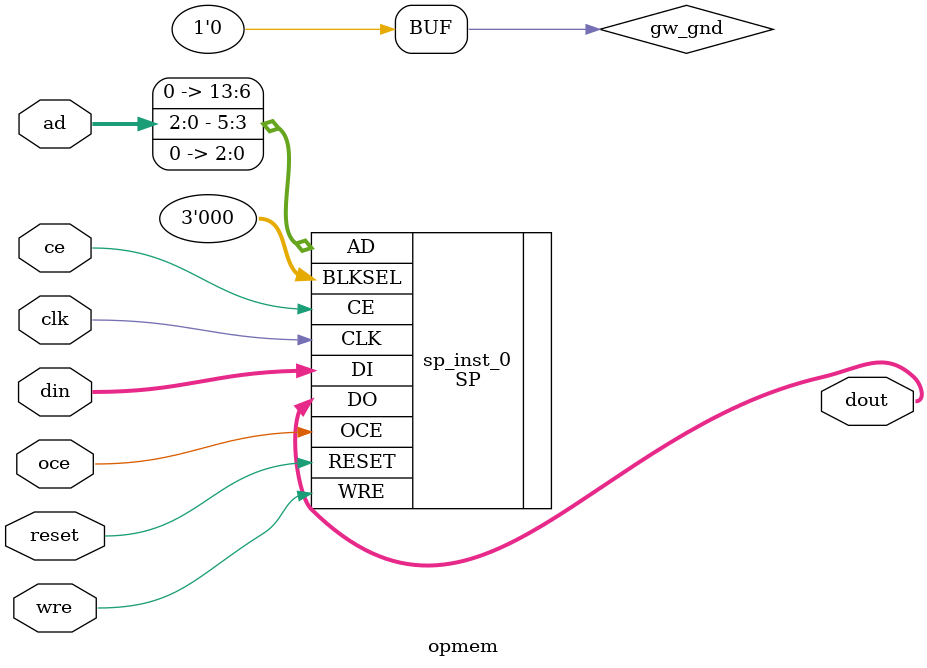
<source format=v>

module opmem (dout, clk, oce, ce, reset, wre, ad, din);

output [7:0] dout;
input clk;
input oce;
input ce;
input reset;
input wre;
input [2:0] ad;
input [7:0] din;

wire gw_gnd;

assign gw_gnd = 1'b0;

SP sp_inst_0 (
    .DO(dout[7:0]),
    .CLK(clk),
    .OCE(oce),
    .CE(ce),
    .RESET(reset),
    .WRE(wre),
    .BLKSEL({gw_gnd,gw_gnd,gw_gnd}),
    .AD({gw_gnd,gw_gnd,gw_gnd,gw_gnd,gw_gnd,gw_gnd,gw_gnd,gw_gnd,ad[2:0],gw_gnd,gw_gnd,gw_gnd}),
    .DI(din[7:0])
);

defparam sp_inst_0.READ_MODE = 1'b0;
defparam sp_inst_0.WRITE_MODE = 2'b00;
defparam sp_inst_0.BIT_WIDTH = 8;
defparam sp_inst_0.BLK_SEL = 3'b000;
defparam sp_inst_0.RESET_MODE = "SYNC";

endmodule //opmem

</source>
